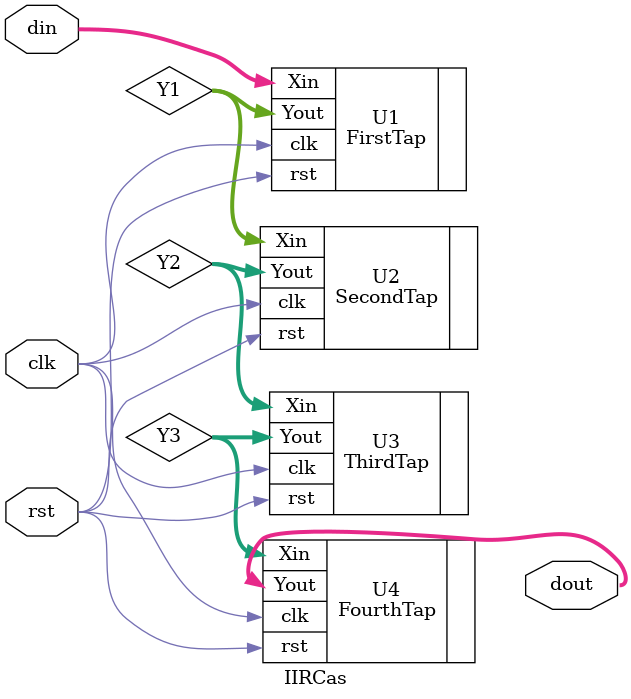
<source format=v>
module IIRCas (
    rst, clk, din,
    dout);
    
    input   rst;   // Reset signal, active high
    input   clk;   // FPGA system clock, frequency: 2kHz
    input   signed [11:0] din;  // Input data with a frequency of 2kHz
    output  signed [11:0] dout; // Filtered output data
    
    // Instantiate the first stage of the filter
    wire signed [7:0] Y1;
    FirstTap U1 (
        .rst (rst),
        .clk (clk),
        .Xin (din),
        .Yout (Y1));

    // Instantiate the second stage of the filter
    wire signed [8:0] Y2;
    SecondTap U2 (
        .rst (rst),
        .clk (clk),
        .Xin (Y1),
        .Yout (Y2));

    // Instantiate the third stage of the filter
    wire signed [10:0] Y3;
    ThirdTap U3 (
        .rst (rst),
        .clk (clk),
        .Xin (Y2),
        .Yout (Y3));

    // Instantiate the fourth stage of the filter
    FourthTap U4 (
        .rst (rst),
        .clk (clk),
        .Xin (Y3),
        .Yout (dout));    
        
endmodule

</source>
